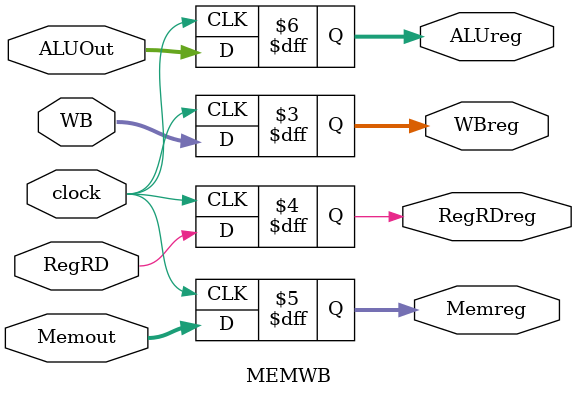
<source format=v>
module MEMWB(clock,WB,Memout,ALUOut,RegRD,WBreg,Memreg,ALUreg,RegRDreg);

	input clock;
	input [1:0] WB;
	input [0:0] RegRD;
	input [7:0] Memout,ALUOut;
	output [1:0] WBreg;
	output [0:0] RegRDreg;
	output [7:0] Memreg,ALUreg;

	reg [1:0] WBreg;
	reg [0:0] RegRDreg;
	reg [7:0] Memreg,ALUreg;

	initial begin
		WBreg=0;
		RegRDreg=0;
		Memreg=0;
		ALUreg=0;
	end

	always@(posedge clock) 
	begin
		WBreg<=WB;
		Memreg<=Memout;
		ALUreg<=ALUOut;
		RegRDreg<=RegRD;
	end
endmodule
</source>
